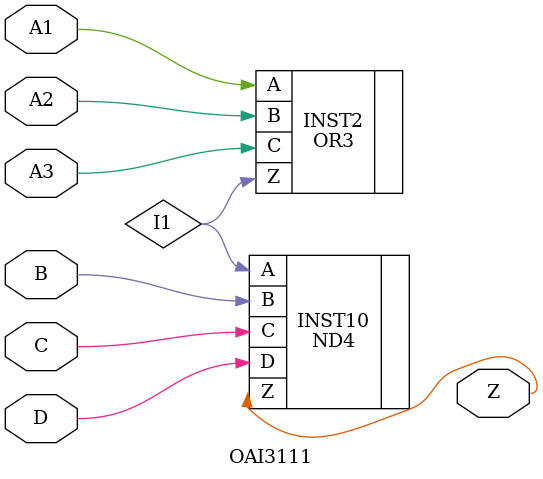
<source format=v>
`timescale 1 ns / 100 ps

/* Created by DB2VERILOG Version 1.2.0.2 on Fri Aug  5 11:15:16 1994 */
/* module compiled from "lsl2db 4.0.3" run */

module OAI3111 (A1, A2, A3, B, C, D, Z);
input  A1, A2, A3, B, C, D;
output Z;
ND4 INST10 (.A(I1), .B(B), .C(C), .D(D), .Z(Z));
OR3 INST2 (.A(A1), .B(A2), .C(A3), .Z(I1));

endmodule


</source>
